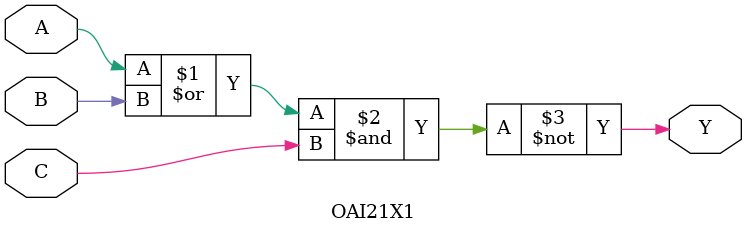
<source format=v>


module OAI21X1 (A, B, C, Y);
	input A, B, C;
	output Y;

	assign Y = ~((A | B) & C);

endmodule

</source>
